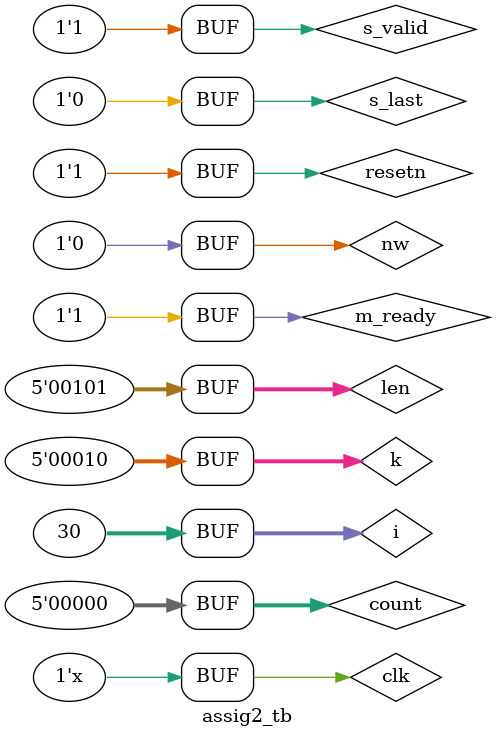
<source format=v>
`timescale 1ns / 1ps


module assig2_tb();
reg clk, resetn;
  reg [7:0]s_data;
  reg s_valid, s_last;
 wire  s_ready;
  
 wire [7:0]m_data;
 wire m_valid;
  wire m_last;
 reg m_ready;
reg [4:0]k,len,count;
  reg nw;integer i,j;
assig_2 dut(clk, resetn,s_data,s_valid, s_last,s_ready,m_data,m_valid,
m_last,m_ready,k,len,nw);
 always #5 clk=~clk;
 initial begin
   clk<=1;count=0;
   resetn<=0;m_ready<=0;
   #10;
   resetn<=1;m_ready<=1;
 end
/* initial begin
 m_ready=1;
  repeat(2)@(posedge clk) m_ready=0;
     repeat(5)@(posedge clk) m_ready=1;
     repeat(2)@(posedge clk) m_ready=0;
     repeat(5)@(posedge clk) m_ready=1;
     repeat(2) @(posedge clk) m_ready=0;
     repeat(4)@(posedge clk) m_ready=1;
      repeat(2) @(posedge clk) m_ready=0;
       repeat(5)@(posedge clk) m_ready=1;
 end*/
 
 initial begin
 len=5'd5;
 //len=10;
     for(i=0;i<30;i=i+1)
      
         begin
           s_data<=$urandom%10;
          // s_valid<=1;
            #10;
            if(i>4 && i<10)
            s_valid<=1;
            else
            s_valid<=1;
           if(i==len-1 || i==2*len-1 || i==3*len-1 ) begin
              s_last<=1;//k=i-;
           end
         else begin
         // k=2;
           s_last<=0;end
            if(i==1)
       k<=3;
           if(i==len) begin
               k<=2;
             //nw=1;
           end
          // end
          // end
           
          /*always@(i)
          begin 
           if(i%len==0 && i!=0 )//|| count<=k)
           begin
           for(j=0;j<2;j=j+1) 
           nw<=1;
           #10; 
           //count<=count+1;
           end
           else begin
           nw<=0;
           //count<=0;
           end*/
          
          if(i==len || i==len+1 || i==len+2 || i==len+3 || i==2*len || i==2*len+1 
          || i==3*len || i==3*len+1 || i==3*len+2)// || i==2*len+3)
             nw<=1;
           else
             nw=0;
          end
 end
endmodule

</source>
